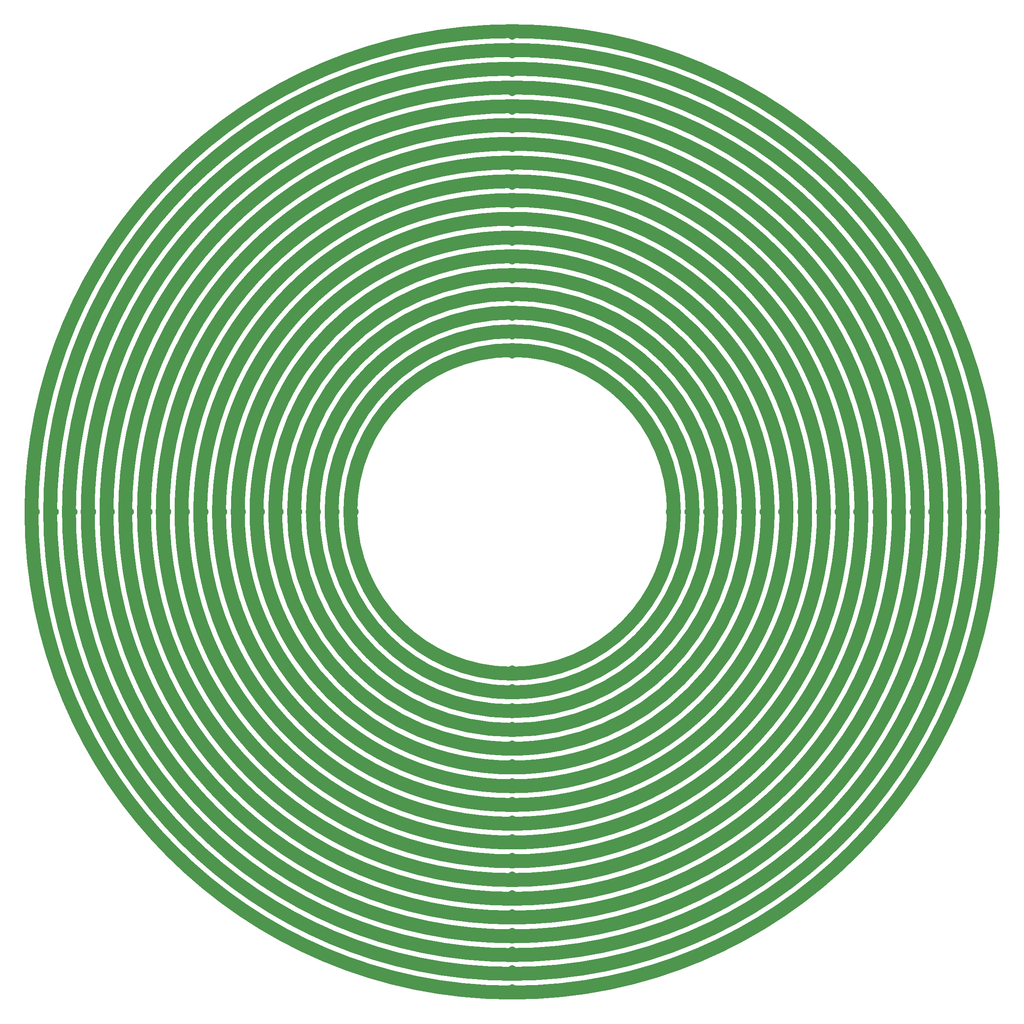
<source format=gbr>
%TF.GenerationSoftware,KiCad,Pcbnew,9.0.2*%
%TF.CreationDate,2025-09-28T22:13:22+01:00*%
%TF.ProjectId,XY_pogo-ring,58595f70-6f67-46f2-9d72-696e672e6b69,rev?*%
%TF.SameCoordinates,Original*%
%TF.FileFunction,Copper,L2,Bot*%
%TF.FilePolarity,Positive*%
%FSLAX46Y46*%
G04 Gerber Fmt 4.6, Leading zero omitted, Abs format (unit mm)*
G04 Created by KiCad (PCBNEW 9.0.2) date 2025-09-28 22:13:22*
%MOMM*%
%LPD*%
G01*
G04 APERTURE LIST*
%TA.AperFunction,Conductor*%
%ADD10C,3.000000*%
%TD*%
%TA.AperFunction,ViaPad*%
%ADD11C,2.000000*%
%TD*%
%TA.AperFunction,ViaPad*%
%ADD12C,1.600000*%
%TD*%
G04 APERTURE END LIST*
D10*
%TO.N,13*%
X82500000Y0D02*
G75*
G02*
X-82500000Y0I-82500000J0D01*
G01*
X-82500000Y0D02*
G75*
G02*
X82500000Y0I82500000J0D01*
G01*
%TO.N,6*%
X54500000Y0D02*
G75*
G02*
X-54500000Y0I-54500000J0D01*
G01*
X-54500000Y0D02*
G75*
G02*
X54500000Y0I54500000J0D01*
G01*
%TO.N,7*%
X58500000Y0D02*
G75*
G02*
X-58500000Y0I-58500000J0D01*
G01*
X-58500000Y0D02*
G75*
G02*
X58500000Y0I58500000J0D01*
G01*
%TO.N,18*%
X102500000Y0D02*
G75*
G02*
X-102500000Y0I-102500000J0D01*
G01*
X-102500000Y0D02*
G75*
G02*
X102500000Y0I102500000J0D01*
G01*
%TO.N,4*%
X46500000Y0D02*
G75*
G02*
X-46500000Y0I-46500000J0D01*
G01*
X-46500000Y0D02*
G75*
G02*
X46500000Y0I46500000J0D01*
G01*
%TO.N,8*%
X62500000Y0D02*
G75*
G02*
X-62500000Y0I-62500000J0D01*
G01*
X-62500000Y0D02*
G75*
G02*
X62500000Y0I62500000J0D01*
G01*
%TO.N,2*%
X38500000Y0D02*
G75*
G02*
X-38500000Y0I-38500000J0D01*
G01*
X-38500000Y0D02*
G75*
G02*
X38500000Y0I38500000J0D01*
G01*
%TO.N,17*%
X98500000Y0D02*
G75*
G02*
X-98500000Y0I-98500000J0D01*
G01*
X-98500000Y0D02*
G75*
G02*
X98500000Y0I98500000J0D01*
G01*
%TO.N,1*%
X34500000Y0D02*
G75*
G02*
X-34500000Y0I-34500000J0D01*
G01*
X-34500000Y0D02*
G75*
G02*
X34500000Y0I34500000J0D01*
G01*
%TO.N,15*%
X90500000Y0D02*
G75*
G02*
X-90500000Y0I-90500000J0D01*
G01*
X-90500000Y0D02*
G75*
G02*
X90500000Y0I90500000J0D01*
G01*
%TO.N,9*%
X66500000Y0D02*
G75*
G02*
X-66500000Y0I-66500000J0D01*
G01*
X-66500000Y0D02*
G75*
G02*
X66500000Y0I66500000J0D01*
G01*
%TO.N,14*%
X86500000Y0D02*
G75*
G02*
X-86500000Y0I-86500000J0D01*
G01*
X-86500000Y0D02*
G75*
G02*
X86500000Y0I86500000J0D01*
G01*
%TO.N,5*%
X50500000Y0D02*
G75*
G02*
X-50500000Y0I-50500000J0D01*
G01*
X-50500000Y0D02*
G75*
G02*
X50500000Y0I50500000J0D01*
G01*
%TO.N,12*%
X78500000Y0D02*
G75*
G02*
X-78500000Y0I-78500000J0D01*
G01*
X-78500000Y0D02*
G75*
G02*
X78500000Y0I78500000J0D01*
G01*
%TO.N,16*%
X94500000Y0D02*
G75*
G02*
X-94500000Y0I-94500000J0D01*
G01*
X-94500000Y0D02*
G75*
G02*
X94500000Y0I94500000J0D01*
G01*
%TO.N,10*%
X70500000Y0D02*
G75*
G02*
X-70500000Y0I-70500000J0D01*
G01*
X-70500000Y0D02*
G75*
G02*
X70500000Y0I70500000J0D01*
G01*
%TO.N,11*%
X74500000Y0D02*
G75*
G02*
X-74500000Y0I-74500000J0D01*
G01*
X-74500000Y0D02*
G75*
G02*
X74500000Y0I74500000J0D01*
G01*
%TO.N,3*%
X42500000Y0D02*
G75*
G02*
X-42500000Y0I-42500000J0D01*
G01*
X-42500000Y0D02*
G75*
G02*
X42500000Y0I42500000J0D01*
G01*
%TD*%
D11*
%TO.N,8*%
X-44182988Y-44182988D03*
D12*
X0Y-61529000D03*
D11*
X44309988Y-44182988D03*
D12*
X-61531000Y0D03*
D11*
X-44182988Y44182988D03*
D12*
X0Y61500000D03*
D11*
X44299281Y44172281D03*
D12*
X61531000Y0D03*
%TO.N,6*%
X0Y53500000D03*
D11*
X-38526135Y38526135D03*
X38642427Y38515427D03*
D12*
X0Y-53529000D03*
X53531000Y0D03*
D11*
X38653135Y-38526135D03*
X-38526135Y-38526135D03*
D12*
X-53531000Y0D03*
D11*
%TO.N,7*%
X-41354562Y-41354562D03*
D12*
X0Y57500000D03*
X0Y-57529000D03*
X57531000Y0D03*
D11*
X-41354562Y41354562D03*
D12*
X-57531000Y0D03*
D11*
X41470854Y41343854D03*
X41481562Y-41354562D03*
D12*
%TO.N,5*%
X-49531000Y0D03*
D11*
X-35697708Y35697708D03*
X-35697708Y-35697708D03*
D12*
X0Y-49529000D03*
D11*
X35824708Y-35697708D03*
D12*
X0Y49500000D03*
X49531000Y0D03*
D11*
X35814000Y35687000D03*
D12*
%TO.N,4*%
X0Y-45529000D03*
D11*
X-32869281Y-32869281D03*
D12*
X0Y45500000D03*
X45531000Y0D03*
D11*
X32985573Y32858573D03*
D12*
X-45531000Y0D03*
D11*
X32996281Y-32869281D03*
X-32869281Y32869281D03*
D12*
%TO.N,1*%
X33531000Y0D03*
X0Y33500000D03*
D11*
X24500292Y24373292D03*
D12*
X0Y-33529000D03*
D11*
X24511000Y-24384000D03*
D12*
X-33531000Y0D03*
D11*
X-24384000Y-24384000D03*
X-24384000Y24384000D03*
D12*
%TO.N,2*%
X-37531000Y0D03*
X0Y37500000D03*
D11*
X27339426Y-27212426D03*
D12*
X0Y-37529000D03*
X37531000Y0D03*
D11*
X27328719Y27201719D03*
X-27212426Y27212426D03*
X-27212426Y-27212426D03*
D12*
%TO.N,3*%
X-41531000Y0D03*
D11*
X30157146Y30030146D03*
D12*
X0Y41500000D03*
D11*
X30167854Y-30040854D03*
D12*
X41531000Y0D03*
D11*
X-30040854Y-30040854D03*
X-30040854Y30040854D03*
D12*
X0Y-41529000D03*
D11*
%TO.N,9*%
X47127709Y47000709D03*
D12*
X65531000Y0D03*
X-65531000Y0D03*
D11*
X-47011417Y47011417D03*
X47138417Y-47011417D03*
D12*
X0Y-65529000D03*
D11*
X-47011417Y-47011417D03*
D12*
X0Y65500000D03*
%TO.N,10*%
X0Y69469000D03*
D11*
X49934215Y49807215D03*
X-49817923Y49817923D03*
D12*
X-69469000Y0D03*
X0Y-69469000D03*
X69535000Y0D03*
D11*
X-49817923Y-49817923D03*
X49944923Y-49817923D03*
%TO.N,11*%
X52762642Y52635642D03*
X-52646350Y-52646350D03*
D12*
X0Y-73469000D03*
X0Y73469000D03*
X73535000Y0D03*
D11*
X-52646350Y52646350D03*
X52773350Y-52646350D03*
D12*
X-73469000Y0D03*
D11*
%TO.N,12*%
X-55474778Y-55474778D03*
D12*
X0Y-77469000D03*
D11*
X-55474778Y55474778D03*
X55601778Y-55474778D03*
D12*
X-77469000Y0D03*
D11*
X55591070Y55464070D03*
D12*
X0Y77469000D03*
X77535000Y0D03*
%TO.N,13*%
X81535000Y0D03*
X0Y-81468999D03*
X-81468999Y0D03*
D11*
X58430204Y-58303204D03*
D12*
X0Y81468999D03*
D11*
X-58303204Y-58303204D03*
X-58303204Y58303204D03*
X58419496Y58292496D03*
D12*
%TO.N,15*%
X89535000Y0D03*
X0Y89469001D03*
D11*
X64087059Y-63960059D03*
D12*
X0Y-89469001D03*
X-89469001Y0D03*
D11*
X-63960059Y63960059D03*
X64076352Y63949352D03*
X-63960059Y-63960059D03*
D12*
%TO.N,14*%
X-85468999Y0D03*
X0Y85468999D03*
D11*
X-61131631Y-61131631D03*
X61247923Y61120923D03*
X-61131631Y61131631D03*
D12*
X85535000Y0D03*
D11*
X61258631Y-61131631D03*
D12*
X0Y-85468999D03*
D11*
%TO.N,16*%
X-66788486Y-66788486D03*
D12*
X93535000Y0D03*
D11*
X66904778Y66777778D03*
D12*
X0Y93469000D03*
X-93469000Y0D03*
X0Y-93469000D03*
D11*
X-66788486Y66788486D03*
X66915486Y-66788486D03*
D12*
%TO.N,17*%
X-97469000Y0D03*
X0Y-97469000D03*
X97535000Y0D03*
D11*
X-69616913Y-69616913D03*
X-69616913Y69616913D03*
D12*
X0Y97469000D03*
D11*
X69743913Y-69616913D03*
X69733205Y69606205D03*
%TO.N,18*%
X-72445340Y72445340D03*
X-72445340Y-72445340D03*
D12*
X0Y-101469000D03*
X-101469000Y0D03*
X101535000Y0D03*
D11*
X72572340Y-72445340D03*
X72561632Y72434632D03*
D12*
X0Y101469000D03*
%TD*%
M02*

</source>
